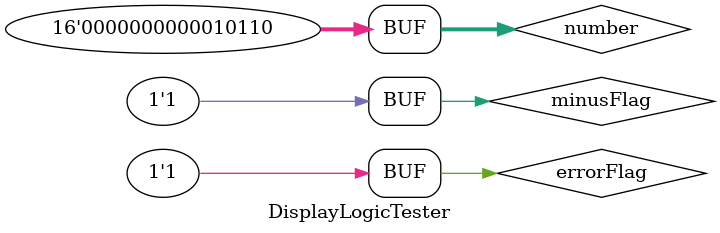
<source format=v>
`timescale 1ns / 1ps


module DisplayLogicTester();
    wire [19:0] displayNumber;
    reg [15:0] number;
    reg minusFlag, errorFlag;

    DisplayLogic displayLogic_unit (.displayNumber(displayNumber), .number(number), .minusFlag(minusFlag), .errorFlag(errorFlag));

    initial begin    
        $monitor("displayNumber = %d %d %d %d %d", displayNumber[19:16], displayNumber[15:12], displayNumber[11:8], displayNumber[7:4], displayNumber[3:0]);

        #0
        number = 16'd9876;
        minusFlag = 1;
        errorFlag = 0;
        
        
        #10
        number = 16'd229;
        minusFlag = 1;
        errorFlag = 0;
        
        #10
        number = 16'd22;
        minusFlag = 1;
        errorFlag = 0;
        
        #10
        number = 16'd22;
        minusFlag = 1;
        errorFlag = 1;
    end
    
endmodule

</source>
